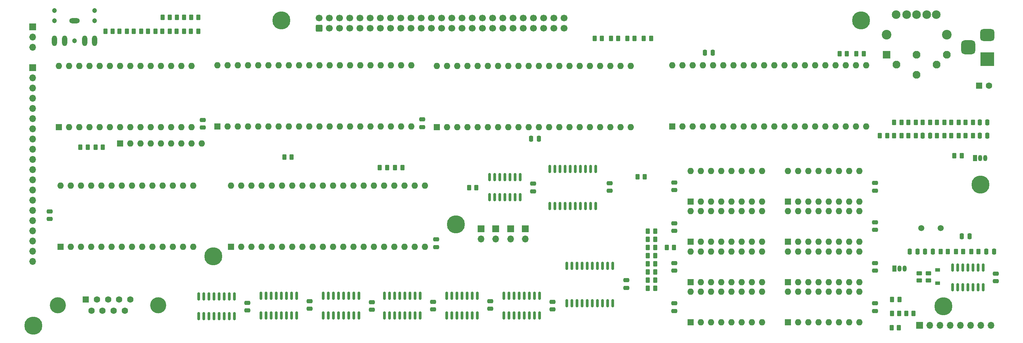
<source format=gbr>
%TF.GenerationSoftware,KiCad,Pcbnew,(6.0.0)*%
%TF.CreationDate,2022-12-03T19:26:30+00:00*%
%TF.ProjectId,CPC464-2MINI,43504334-3634-42d3-924d-494e492e6b69,rev?*%
%TF.SameCoordinates,Original*%
%TF.FileFunction,Soldermask,Top*%
%TF.FilePolarity,Negative*%
%FSLAX46Y46*%
G04 Gerber Fmt 4.6, Leading zero omitted, Abs format (unit mm)*
G04 Created by KiCad (PCBNEW (6.0.0)) date 2022-12-03 19:26:30*
%MOMM*%
%LPD*%
G01*
G04 APERTURE LIST*
G04 Aperture macros list*
%AMRoundRect*
0 Rectangle with rounded corners*
0 $1 Rounding radius*
0 $2 $3 $4 $5 $6 $7 $8 $9 X,Y pos of 4 corners*
0 Add a 4 corners polygon primitive as box body*
4,1,4,$2,$3,$4,$5,$6,$7,$8,$9,$2,$3,0*
0 Add four circle primitives for the rounded corners*
1,1,$1+$1,$2,$3*
1,1,$1+$1,$4,$5*
1,1,$1+$1,$6,$7*
1,1,$1+$1,$8,$9*
0 Add four rect primitives between the rounded corners*
20,1,$1+$1,$2,$3,$4,$5,0*
20,1,$1+$1,$4,$5,$6,$7,0*
20,1,$1+$1,$6,$7,$8,$9,0*
20,1,$1+$1,$8,$9,$2,$3,0*%
G04 Aperture macros list end*
%ADD10RoundRect,0.250000X0.262500X0.450000X-0.262500X0.450000X-0.262500X-0.450000X0.262500X-0.450000X0*%
%ADD11RoundRect,0.250000X-0.262500X-0.450000X0.262500X-0.450000X0.262500X0.450000X-0.262500X0.450000X0*%
%ADD12RoundRect,0.150000X0.150000X-0.825000X0.150000X0.825000X-0.150000X0.825000X-0.150000X-0.825000X0*%
%ADD13RoundRect,0.250000X0.475000X-0.250000X0.475000X0.250000X-0.475000X0.250000X-0.475000X-0.250000X0*%
%ADD14R,1.050000X1.500000*%
%ADD15O,1.050000X1.500000*%
%ADD16R,1.600000X1.600000*%
%ADD17O,1.600000X1.600000*%
%ADD18C,4.500000*%
%ADD19RoundRect,0.250000X-0.450000X0.262500X-0.450000X-0.262500X0.450000X-0.262500X0.450000X0.262500X0*%
%ADD20R,1.700000X1.700000*%
%ADD21O,1.700000X1.700000*%
%ADD22C,4.000000*%
%ADD23C,1.600000*%
%ADD24RoundRect,0.250000X-0.250000X-0.475000X0.250000X-0.475000X0.250000X0.475000X-0.250000X0.475000X0*%
%ADD25C,1.200000*%
%ADD26O,2.616000X1.308000*%
%ADD27O,1.308000X2.616000*%
%ADD28C,2.400000*%
%ADD29R,1.950000X1.950000*%
%ADD30C,1.950000*%
%ADD31C,2.150000*%
%ADD32RoundRect,0.150000X0.150000X-0.875000X0.150000X0.875000X-0.150000X0.875000X-0.150000X-0.875000X0*%
%ADD33C,1.500000*%
%ADD34RoundRect,0.250000X0.600000X-0.600000X0.600000X0.600000X-0.600000X0.600000X-0.600000X-0.600000X0*%
%ADD35C,1.700000*%
%ADD36RoundRect,0.250000X0.250000X0.475000X-0.250000X0.475000X-0.250000X-0.475000X0.250000X-0.475000X0*%
%ADD37RoundRect,0.250000X0.450000X-0.262500X0.450000X0.262500X-0.450000X0.262500X-0.450000X-0.262500X0*%
%ADD38R,1.200000X0.900000*%
%ADD39R,3.500000X3.500000*%
%ADD40RoundRect,0.750000X-1.000000X0.750000X-1.000000X-0.750000X1.000000X-0.750000X1.000000X0.750000X0*%
%ADD41RoundRect,0.875000X-0.875000X0.875000X-0.875000X-0.875000X0.875000X-0.875000X0.875000X0.875000X0*%
%ADD42RoundRect,0.250000X-0.475000X0.250000X-0.475000X-0.250000X0.475000X-0.250000X0.475000X0.250000X0*%
G04 APERTURE END LIST*
D10*
%TO.C,R121*%
X59102000Y-30988000D03*
X57277000Y-30988000D03*
%TD*%
D11*
%TO.C,R133*%
X235815500Y-57150000D03*
X237640500Y-57150000D03*
%TD*%
D12*
%TO.C,IC125*%
X246761000Y-98233000D03*
X248031000Y-98233000D03*
X249301000Y-98233000D03*
X250571000Y-98233000D03*
X251841000Y-98233000D03*
X253111000Y-98233000D03*
X254381000Y-98233000D03*
X254381000Y-93283000D03*
X253111000Y-93283000D03*
X251841000Y-93283000D03*
X250571000Y-93283000D03*
X249301000Y-93283000D03*
X248031000Y-93283000D03*
X246761000Y-93283000D03*
%TD*%
D11*
%TO.C,R104*%
X231728000Y-101219000D03*
X233553000Y-101219000D03*
%TD*%
D13*
%TO.C,C108*%
X227472000Y-83891000D03*
X227472000Y-81991000D03*
%TD*%
D14*
%TO.C,Q101*%
X232283000Y-93578000D03*
D15*
X233553000Y-93578000D03*
X234823000Y-93578000D03*
%TD*%
D13*
%TO.C,C105*%
X177561000Y-73985000D03*
X177561000Y-72085000D03*
%TD*%
D16*
%TO.C,IC118*%
X181625000Y-86858000D03*
D17*
X184165000Y-86858000D03*
X186705000Y-86858000D03*
X189245000Y-86858000D03*
X191785000Y-86858000D03*
X194325000Y-86858000D03*
X196865000Y-86858000D03*
X199405000Y-86858000D03*
X199405000Y-79238000D03*
X196865000Y-79238000D03*
X194325000Y-79238000D03*
X191785000Y-79238000D03*
X189245000Y-79238000D03*
X186705000Y-79238000D03*
X184165000Y-79238000D03*
X181625000Y-79238000D03*
%TD*%
D18*
%TO.C,H4*%
X244500400Y-102920800D03*
%TD*%
D11*
%TO.C,R105*%
X29718000Y-63308000D03*
X31543000Y-63308000D03*
%TD*%
D13*
%TO.C,C110*%
X227472000Y-94051000D03*
X227472000Y-92151000D03*
%TD*%
D12*
%TO.C,IC113*%
X135128000Y-105222000D03*
X136398000Y-105222000D03*
X137668000Y-105222000D03*
X138938000Y-105222000D03*
X140208000Y-105222000D03*
X141478000Y-105222000D03*
X142748000Y-105222000D03*
X144018000Y-105222000D03*
X144018000Y-100272000D03*
X142748000Y-100272000D03*
X141478000Y-100272000D03*
X140208000Y-100272000D03*
X138938000Y-100272000D03*
X137668000Y-100272000D03*
X136398000Y-100272000D03*
X135128000Y-100272000D03*
%TD*%
D19*
%TO.C,R155*%
X238506000Y-94718500D03*
X238506000Y-96543500D03*
%TD*%
D18*
%TO.C,H5*%
X253746000Y-72593200D03*
%TD*%
D13*
%TO.C,C121*%
X131699000Y-103570000D03*
X131699000Y-101670000D03*
%TD*%
D11*
%TO.C,R141*%
X222838000Y-40005000D03*
X224663000Y-40005000D03*
%TD*%
%TO.C,R131*%
X246483500Y-60452000D03*
X248308500Y-60452000D03*
%TD*%
D18*
%TO.C,H2*%
X224028000Y-31750000D03*
%TD*%
D11*
%TO.C,R126*%
X246483500Y-57150000D03*
X248308500Y-57150000D03*
%TD*%
D12*
%TO.C,IC110*%
X120904000Y-105222000D03*
X122174000Y-105222000D03*
X123444000Y-105222000D03*
X124714000Y-105222000D03*
X125984000Y-105222000D03*
X127254000Y-105222000D03*
X128524000Y-105222000D03*
X128524000Y-100272000D03*
X127254000Y-100272000D03*
X125984000Y-100272000D03*
X124714000Y-100272000D03*
X123444000Y-100272000D03*
X122174000Y-100272000D03*
X120904000Y-100272000D03*
%TD*%
D20*
%TO.C,CP001*%
X238571800Y-107696000D03*
D21*
X241111800Y-107696000D03*
X243651800Y-107696000D03*
X246191800Y-107696000D03*
X248731800Y-107696000D03*
X251271800Y-107696000D03*
X253811800Y-107696000D03*
X256351800Y-107696000D03*
%TD*%
D22*
%TO.C,J102*%
X49116800Y-102649300D03*
X24116800Y-102649300D03*
D16*
X31076800Y-101229300D03*
D23*
X33846800Y-101229300D03*
X36616800Y-101229300D03*
X39386800Y-101229300D03*
X42156800Y-101229300D03*
X32461800Y-104069300D03*
X35231800Y-104069300D03*
X38001800Y-104069300D03*
X40771800Y-104069300D03*
%TD*%
D14*
%TO.C,Q102*%
X252349000Y-66019000D03*
D15*
X253619000Y-66019000D03*
X254889000Y-66019000D03*
%TD*%
D24*
%TO.C,C134*%
X253558000Y-57150000D03*
X255458000Y-57150000D03*
%TD*%
D20*
%TO.C,LK1*%
X129413000Y-83628000D03*
D21*
X129413000Y-86168000D03*
%TD*%
D11*
%TO.C,R103*%
X104243500Y-68388000D03*
X106068500Y-68388000D03*
%TD*%
D24*
%TO.C,C131*%
X249113000Y-85471000D03*
X251013000Y-85471000D03*
%TD*%
D11*
%TO.C,R118*%
X50141500Y-34417000D03*
X51966500Y-34417000D03*
%TD*%
D13*
%TO.C,C106*%
X227472000Y-74112000D03*
X227472000Y-72212000D03*
%TD*%
D11*
%TO.C,R120*%
X39473500Y-34417000D03*
X41298500Y-34417000D03*
%TD*%
D16*
%TO.C,IC121*%
X205770000Y-76835000D03*
D17*
X208310000Y-76835000D03*
X210850000Y-76835000D03*
X213390000Y-76835000D03*
X215930000Y-76835000D03*
X218470000Y-76835000D03*
X221010000Y-76835000D03*
X223550000Y-76835000D03*
X223550000Y-69215000D03*
X221010000Y-69215000D03*
X218470000Y-69215000D03*
X215930000Y-69215000D03*
X213390000Y-69215000D03*
X210850000Y-69215000D03*
X208310000Y-69215000D03*
X205770000Y-69215000D03*
%TD*%
D25*
%TO.C,J103*%
X23295600Y-31800800D03*
X33295600Y-31800800D03*
X23295600Y-29300800D03*
X33295600Y-29300800D03*
X28295600Y-36800800D03*
D26*
X28295600Y-31800800D03*
D27*
X23295600Y-36800800D03*
X33295600Y-36800800D03*
X25795600Y-36800800D03*
X30795600Y-36800800D03*
%TD*%
D11*
%TO.C,R150*%
X170942000Y-84201000D03*
X172767000Y-84201000D03*
%TD*%
D13*
%TO.C,C117*%
X147193000Y-103697000D03*
X147193000Y-101797000D03*
%TD*%
D11*
%TO.C,R111*%
X247626500Y-89281000D03*
X249451500Y-89281000D03*
%TD*%
%TO.C,R136*%
X232259500Y-60452000D03*
X234084500Y-60452000D03*
%TD*%
%TO.C,R147*%
X170942000Y-90297000D03*
X172767000Y-90297000D03*
%TD*%
%TO.C,R153*%
X170942000Y-94361000D03*
X172767000Y-94361000D03*
%TD*%
D13*
%TO.C,C127*%
X86741000Y-103570000D03*
X86741000Y-101670000D03*
%TD*%
D16*
%TO.C,IC119*%
X181625000Y-96901000D03*
D17*
X184165000Y-96901000D03*
X186705000Y-96901000D03*
X189245000Y-96901000D03*
X191785000Y-96901000D03*
X194325000Y-96901000D03*
X196865000Y-96901000D03*
X199405000Y-96901000D03*
X199405000Y-89281000D03*
X196865000Y-89281000D03*
X194325000Y-89281000D03*
X191785000Y-89281000D03*
X189245000Y-89281000D03*
X186705000Y-89281000D03*
X184165000Y-89281000D03*
X181625000Y-89281000D03*
%TD*%
D11*
%TO.C,R115*%
X53697500Y-34417000D03*
X55522500Y-34417000D03*
%TD*%
D13*
%TO.C,C116*%
X142367000Y-74291000D03*
X142367000Y-72391000D03*
%TD*%
D11*
%TO.C,R143*%
X243816500Y-89281000D03*
X245641500Y-89281000D03*
%TD*%
%TO.C,R130*%
X235815500Y-60452000D03*
X237640500Y-60452000D03*
%TD*%
D24*
%TO.C,C135*%
X239311000Y-60452000D03*
X241211000Y-60452000D03*
%TD*%
D11*
%TO.C,R122*%
X46585500Y-34417000D03*
X48410500Y-34417000D03*
%TD*%
%TO.C,R137*%
X242927500Y-57150000D03*
X244752500Y-57150000D03*
%TD*%
%TO.C,R128*%
X250039500Y-57150000D03*
X251864500Y-57150000D03*
%TD*%
D24*
%TO.C,C133*%
X253558000Y-60452000D03*
X255458000Y-60452000D03*
%TD*%
D11*
%TO.C,R142*%
X165838500Y-36195000D03*
X167663500Y-36195000D03*
%TD*%
D20*
%TO.C,LK3*%
X136779000Y-83628000D03*
D21*
X136779000Y-86168000D03*
%TD*%
D16*
%TO.C,IC117*%
X181625000Y-76835000D03*
D17*
X184165000Y-76835000D03*
X186705000Y-76835000D03*
X189245000Y-76835000D03*
X191785000Y-76835000D03*
X194325000Y-76835000D03*
X196865000Y-76835000D03*
X199405000Y-76835000D03*
X199405000Y-69215000D03*
X196865000Y-69215000D03*
X194325000Y-69215000D03*
X191785000Y-69215000D03*
X189245000Y-69215000D03*
X186705000Y-69215000D03*
X184165000Y-69215000D03*
X181625000Y-69215000D03*
%TD*%
D20*
%TO.C,J105*%
X17830800Y-33324800D03*
D21*
X17830800Y-35864800D03*
X17830800Y-38404800D03*
%TD*%
D28*
%TO.C,J101*%
X245327500Y-35273200D03*
X230327500Y-35273200D03*
D29*
X230327500Y-40273200D03*
D30*
X232827500Y-42773200D03*
X237827500Y-40273200D03*
X242827500Y-42773200D03*
X245327500Y-40273200D03*
X237827500Y-45273200D03*
D31*
X237827500Y-30320200D03*
X240327500Y-30273200D03*
X235327500Y-30273200D03*
X232747500Y-30320200D03*
X242747500Y-30320200D03*
%TD*%
D16*
%TO.C,IC111*%
X118472500Y-58298000D03*
D17*
X121012500Y-58298000D03*
X123552500Y-58298000D03*
X126092500Y-58298000D03*
X128632500Y-58298000D03*
X131172500Y-58298000D03*
X133712500Y-58298000D03*
X136252500Y-58298000D03*
X138792500Y-58298000D03*
X141332500Y-58298000D03*
X143872500Y-58298000D03*
X146412500Y-58298000D03*
X148952500Y-58298000D03*
X151492500Y-58298000D03*
X154032500Y-58298000D03*
X156572500Y-58298000D03*
X159112500Y-58298000D03*
X161652500Y-58298000D03*
X164192500Y-58298000D03*
X166732500Y-58298000D03*
X166732500Y-43058000D03*
X164192500Y-43058000D03*
X161652500Y-43058000D03*
X159112500Y-43058000D03*
X156572500Y-43058000D03*
X154032500Y-43058000D03*
X151492500Y-43058000D03*
X148952500Y-43058000D03*
X146412500Y-43058000D03*
X143872500Y-43058000D03*
X141332500Y-43058000D03*
X138792500Y-43058000D03*
X136252500Y-43058000D03*
X133712500Y-43058000D03*
X131172500Y-43058000D03*
X128632500Y-43058000D03*
X126092500Y-43058000D03*
X123552500Y-43058000D03*
X121012500Y-43058000D03*
X118472500Y-43058000D03*
%TD*%
D32*
%TO.C,IC115*%
X150749000Y-102186000D03*
X152019000Y-102186000D03*
X153289000Y-102186000D03*
X154559000Y-102186000D03*
X155829000Y-102186000D03*
X157099000Y-102186000D03*
X158369000Y-102186000D03*
X159639000Y-102186000D03*
X160909000Y-102186000D03*
X162179000Y-102186000D03*
X162179000Y-92886000D03*
X160909000Y-92886000D03*
X159639000Y-92886000D03*
X158369000Y-92886000D03*
X157099000Y-92886000D03*
X155829000Y-92886000D03*
X154559000Y-92886000D03*
X153289000Y-92886000D03*
X152019000Y-92886000D03*
X150749000Y-92886000D03*
%TD*%
D33*
%TO.C,X101*%
X238977000Y-83439000D03*
X243857000Y-83439000D03*
%TD*%
D13*
%TO.C,C122*%
X117475000Y-103697000D03*
X117475000Y-101797000D03*
%TD*%
D11*
%TO.C,R119*%
X50165000Y-30988000D03*
X51990000Y-30988000D03*
%TD*%
%TO.C,R135*%
X239371500Y-57150000D03*
X241196500Y-57150000D03*
%TD*%
D34*
%TO.C,PL1*%
X89159000Y-33660000D03*
D35*
X89159000Y-31120000D03*
X91699000Y-33660000D03*
X91699000Y-31120000D03*
X94239000Y-33660000D03*
X94239000Y-31120000D03*
X96779000Y-33660000D03*
X96779000Y-31120000D03*
X99319000Y-33660000D03*
X99319000Y-31120000D03*
X101859000Y-33660000D03*
X101859000Y-31120000D03*
X104399000Y-33660000D03*
X104399000Y-31120000D03*
X106939000Y-33660000D03*
X106939000Y-31120000D03*
X109479000Y-33660000D03*
X109479000Y-31120000D03*
X112019000Y-33660000D03*
X112019000Y-31120000D03*
X114559000Y-33660000D03*
X114559000Y-31120000D03*
X117099000Y-33660000D03*
X117099000Y-31120000D03*
X119639000Y-33660000D03*
X119639000Y-31120000D03*
X122179000Y-33660000D03*
X122179000Y-31120000D03*
X124719000Y-33660000D03*
X124719000Y-31120000D03*
X127259000Y-33660000D03*
X127259000Y-31120000D03*
X129799000Y-33660000D03*
X129799000Y-31120000D03*
X132339000Y-33660000D03*
X132339000Y-31120000D03*
X134879000Y-33660000D03*
X134879000Y-31120000D03*
X137419000Y-33660000D03*
X137419000Y-31120000D03*
X139959000Y-33660000D03*
X139959000Y-31120000D03*
X142499000Y-33660000D03*
X142499000Y-31120000D03*
X145039000Y-33660000D03*
X145039000Y-31120000D03*
X147579000Y-33660000D03*
X147579000Y-31120000D03*
X150119000Y-33660000D03*
X150119000Y-31120000D03*
%TD*%
D36*
%TO.C,C132*%
X257109000Y-89281000D03*
X255209000Y-89281000D03*
%TD*%
D18*
%TO.C,H3*%
X18034000Y-107797600D03*
%TD*%
D11*
%TO.C,R146*%
X170942000Y-88265000D03*
X172767000Y-88265000D03*
%TD*%
%TO.C,R108*%
X108053500Y-68388000D03*
X109878500Y-68388000D03*
%TD*%
%TO.C,R112*%
X33504500Y-63308000D03*
X35329500Y-63308000D03*
%TD*%
D13*
%TO.C,C125*%
X22098000Y-81214000D03*
X22098000Y-79314000D03*
%TD*%
D12*
%TO.C,IC101*%
X59182000Y-105410000D03*
X60452000Y-105410000D03*
X61722000Y-105410000D03*
X62992000Y-105410000D03*
X64262000Y-105410000D03*
X65532000Y-105410000D03*
X66802000Y-105410000D03*
X68072000Y-105410000D03*
X68072000Y-100460000D03*
X66802000Y-100460000D03*
X65532000Y-100460000D03*
X64262000Y-100460000D03*
X62992000Y-100460000D03*
X61722000Y-100460000D03*
X60452000Y-100460000D03*
X59182000Y-100460000D03*
%TD*%
D11*
%TO.C,R149*%
X170942000Y-98425000D03*
X172767000Y-98425000D03*
%TD*%
D20*
%TO.C,CP002*%
X17830800Y-43484800D03*
D21*
X17830800Y-46024800D03*
X17830800Y-48564800D03*
X17830800Y-51104800D03*
X17830800Y-53644800D03*
X17830800Y-56184800D03*
X17830800Y-58724800D03*
X17830800Y-61264800D03*
X17830800Y-63804800D03*
X17830800Y-66344800D03*
X17830800Y-68884800D03*
X17830800Y-71424800D03*
X17830800Y-73964800D03*
X17830800Y-76504800D03*
X17830800Y-79044800D03*
X17830800Y-81584800D03*
X17830800Y-84124800D03*
X17830800Y-86664800D03*
X17830800Y-89204800D03*
X17830800Y-91744800D03*
%TD*%
D11*
%TO.C,R123*%
X35941000Y-34417000D03*
X37766000Y-34417000D03*
%TD*%
D16*
%TO.C,NR001*%
X39600500Y-62419000D03*
D17*
X42140500Y-62419000D03*
X44680500Y-62419000D03*
X47220500Y-62419000D03*
X49760500Y-62419000D03*
X52300500Y-62419000D03*
X54840500Y-62419000D03*
X57380500Y-62419000D03*
X59920500Y-62419000D03*
%TD*%
D16*
%TO.C,IC116*%
X177043000Y-58171000D03*
D17*
X179583000Y-58171000D03*
X182123000Y-58171000D03*
X184663000Y-58171000D03*
X187203000Y-58171000D03*
X189743000Y-58171000D03*
X192283000Y-58171000D03*
X194823000Y-58171000D03*
X197363000Y-58171000D03*
X199903000Y-58171000D03*
X202443000Y-58171000D03*
X204983000Y-58171000D03*
X207523000Y-58171000D03*
X210063000Y-58171000D03*
X212603000Y-58171000D03*
X215143000Y-58171000D03*
X217683000Y-58171000D03*
X220223000Y-58171000D03*
X222763000Y-58171000D03*
X225303000Y-58171000D03*
X225303000Y-42931000D03*
X222763000Y-42931000D03*
X220223000Y-42931000D03*
X217683000Y-42931000D03*
X215143000Y-42931000D03*
X212603000Y-42931000D03*
X210063000Y-42931000D03*
X207523000Y-42931000D03*
X204983000Y-42931000D03*
X202443000Y-42931000D03*
X199903000Y-42931000D03*
X197363000Y-42931000D03*
X194823000Y-42931000D03*
X192283000Y-42931000D03*
X189743000Y-42931000D03*
X187203000Y-42931000D03*
X184663000Y-42931000D03*
X182123000Y-42931000D03*
X179583000Y-42931000D03*
X177043000Y-42931000D03*
%TD*%
D11*
%TO.C,R106*%
X231698800Y-104749600D03*
X233523800Y-104749600D03*
%TD*%
%TO.C,R134*%
X228703500Y-60452000D03*
X230528500Y-60452000D03*
%TD*%
D13*
%TO.C,C123*%
X102235000Y-103824000D03*
X102235000Y-101924000D03*
%TD*%
D18*
%TO.C,H6*%
X62788800Y-90474800D03*
%TD*%
D12*
%TO.C,IC104*%
X74676000Y-105222000D03*
X75946000Y-105222000D03*
X77216000Y-105222000D03*
X78486000Y-105222000D03*
X79756000Y-105222000D03*
X81026000Y-105222000D03*
X82296000Y-105222000D03*
X83566000Y-105222000D03*
X83566000Y-100272000D03*
X82296000Y-100272000D03*
X81026000Y-100272000D03*
X79756000Y-100272000D03*
X78486000Y-100272000D03*
X77216000Y-100272000D03*
X75946000Y-100272000D03*
X74676000Y-100272000D03*
%TD*%
D13*
%TO.C,C112*%
X227472000Y-104084000D03*
X227472000Y-102184000D03*
%TD*%
D11*
%TO.C,R145*%
X251436500Y-89281000D03*
X253261500Y-89281000D03*
%TD*%
%TO.C,R109*%
X157710500Y-36195000D03*
X159535500Y-36195000D03*
%TD*%
D13*
%TO.C,C114*%
X161417000Y-74164000D03*
X161417000Y-72264000D03*
%TD*%
D16*
%TO.C,IC122*%
X205770000Y-86858000D03*
D17*
X208310000Y-86858000D03*
X210850000Y-86858000D03*
X213390000Y-86858000D03*
X215930000Y-86858000D03*
X218470000Y-86858000D03*
X221010000Y-86858000D03*
X223550000Y-86858000D03*
X223550000Y-79238000D03*
X221010000Y-79238000D03*
X218470000Y-79238000D03*
X215930000Y-79238000D03*
X213390000Y-79238000D03*
X210850000Y-79238000D03*
X208310000Y-79238000D03*
X205770000Y-79238000D03*
%TD*%
D16*
%TO.C,IC120*%
X181625000Y-106924000D03*
D17*
X184165000Y-106924000D03*
X186705000Y-106924000D03*
X189245000Y-106924000D03*
X191785000Y-106924000D03*
X194325000Y-106924000D03*
X196865000Y-106924000D03*
X199405000Y-106924000D03*
X199405000Y-99304000D03*
X196865000Y-99304000D03*
X194325000Y-99304000D03*
X191785000Y-99304000D03*
X189245000Y-99304000D03*
X186705000Y-99304000D03*
X184165000Y-99304000D03*
X181625000Y-99304000D03*
%TD*%
D13*
%TO.C,C120*%
X118237000Y-88200000D03*
X118237000Y-86300000D03*
%TD*%
D11*
%TO.C,R132*%
X250039500Y-60452000D03*
X251864500Y-60452000D03*
%TD*%
D13*
%TO.C,C115*%
X165608000Y-98359000D03*
X165608000Y-96459000D03*
%TD*%
D37*
%TO.C,R101*%
X240792000Y-96543500D03*
X240792000Y-94718500D03*
%TD*%
D24*
%TO.C,C102*%
X236159000Y-89281000D03*
X238059000Y-89281000D03*
%TD*%
D11*
%TO.C,R124*%
X126468500Y-73403000D03*
X128293500Y-73403000D03*
%TD*%
D24*
%TO.C,C130*%
X239969000Y-89281000D03*
X241869000Y-89281000D03*
%TD*%
D12*
%TO.C,IC105*%
X90170000Y-105222000D03*
X91440000Y-105222000D03*
X92710000Y-105222000D03*
X93980000Y-105222000D03*
X95250000Y-105222000D03*
X96520000Y-105222000D03*
X97790000Y-105222000D03*
X99060000Y-105222000D03*
X99060000Y-100272000D03*
X97790000Y-100272000D03*
X96520000Y-100272000D03*
X95250000Y-100272000D03*
X93980000Y-100272000D03*
X92710000Y-100272000D03*
X91440000Y-100272000D03*
X90170000Y-100272000D03*
%TD*%
D11*
%TO.C,R127*%
X247245500Y-65405000D03*
X249070500Y-65405000D03*
%TD*%
%TO.C,R102*%
X169926000Y-36195000D03*
X171751000Y-36195000D03*
%TD*%
%TO.C,R152*%
X170942000Y-92329000D03*
X172767000Y-92329000D03*
%TD*%
D16*
%TO.C,C101*%
X253363200Y-47973200D03*
D23*
X255863200Y-47973200D03*
%TD*%
D11*
%TO.C,R129*%
X232259500Y-57150000D03*
X234084500Y-57150000D03*
%TD*%
D12*
%TO.C,IC109*%
X105410000Y-105222000D03*
X106680000Y-105222000D03*
X107950000Y-105222000D03*
X109220000Y-105222000D03*
X110490000Y-105222000D03*
X111760000Y-105222000D03*
X113030000Y-105222000D03*
X114300000Y-105222000D03*
X114300000Y-100272000D03*
X113030000Y-100272000D03*
X111760000Y-100272000D03*
X110490000Y-100272000D03*
X109220000Y-100272000D03*
X107950000Y-100272000D03*
X106680000Y-100272000D03*
X105410000Y-100272000D03*
%TD*%
D32*
%TO.C,IC114*%
X146558000Y-77991000D03*
X147828000Y-77991000D03*
X149098000Y-77991000D03*
X150368000Y-77991000D03*
X151638000Y-77991000D03*
X152908000Y-77991000D03*
X154178000Y-77991000D03*
X155448000Y-77991000D03*
X156718000Y-77991000D03*
X157988000Y-77991000D03*
X157988000Y-68691000D03*
X156718000Y-68691000D03*
X155448000Y-68691000D03*
X154178000Y-68691000D03*
X152908000Y-68691000D03*
X151638000Y-68691000D03*
X150368000Y-68691000D03*
X149098000Y-68691000D03*
X147828000Y-68691000D03*
X146558000Y-68691000D03*
%TD*%
D13*
%TO.C,C124*%
X60174500Y-58416000D03*
X60174500Y-56516000D03*
%TD*%
D20*
%TO.C,LK2*%
X133096000Y-83633000D03*
D21*
X133096000Y-86173000D03*
%TD*%
D11*
%TO.C,R148*%
X170942000Y-96393000D03*
X172767000Y-96393000D03*
%TD*%
D10*
%TO.C,R144*%
X170203500Y-70674000D03*
X168378500Y-70674000D03*
%TD*%
D24*
%TO.C,C104*%
X185171000Y-39813000D03*
X187071000Y-39813000D03*
%TD*%
D13*
%TO.C,C107*%
X177561000Y-84145000D03*
X177561000Y-82245000D03*
%TD*%
D18*
%TO.C,H1*%
X79756000Y-31750000D03*
%TD*%
D38*
%TO.C,D101*%
X243078000Y-97154000D03*
X243078000Y-93854000D03*
%TD*%
D11*
%TO.C,R157*%
X175656000Y-88275000D03*
X177481000Y-88275000D03*
%TD*%
D16*
%TO.C,IC123*%
X205770000Y-96901000D03*
D17*
X208310000Y-96901000D03*
X210850000Y-96901000D03*
X213390000Y-96901000D03*
X215930000Y-96901000D03*
X218470000Y-96901000D03*
X221010000Y-96901000D03*
X223550000Y-96901000D03*
X223550000Y-89281000D03*
X221010000Y-89281000D03*
X218470000Y-89281000D03*
X215930000Y-89281000D03*
X213390000Y-89281000D03*
X210850000Y-89281000D03*
X208310000Y-89281000D03*
X205770000Y-89281000D03*
%TD*%
D16*
%TO.C,IC102*%
X24370500Y-58298000D03*
D17*
X26910500Y-58298000D03*
X29450500Y-58298000D03*
X31990500Y-58298000D03*
X34530500Y-58298000D03*
X37070500Y-58298000D03*
X39610500Y-58298000D03*
X42150500Y-58298000D03*
X44690500Y-58298000D03*
X47230500Y-58298000D03*
X49770500Y-58298000D03*
X52310500Y-58298000D03*
X54850500Y-58298000D03*
X57390500Y-58298000D03*
X57390500Y-43058000D03*
X54850500Y-43058000D03*
X52310500Y-43058000D03*
X49770500Y-43058000D03*
X47230500Y-43058000D03*
X44690500Y-43058000D03*
X42150500Y-43058000D03*
X39610500Y-43058000D03*
X37070500Y-43058000D03*
X34530500Y-43058000D03*
X31990500Y-43058000D03*
X29450500Y-43058000D03*
X26910500Y-43058000D03*
X24370500Y-43058000D03*
%TD*%
D36*
%TO.C,C118*%
X143825000Y-61214000D03*
X141925000Y-61214000D03*
%TD*%
D16*
%TO.C,IC103*%
X24775000Y-88143000D03*
D17*
X27315000Y-88143000D03*
X29855000Y-88143000D03*
X32395000Y-88143000D03*
X34935000Y-88143000D03*
X37475000Y-88143000D03*
X40015000Y-88143000D03*
X42555000Y-88143000D03*
X45095000Y-88143000D03*
X47635000Y-88143000D03*
X50175000Y-88143000D03*
X52715000Y-88143000D03*
X55255000Y-88143000D03*
X57795000Y-88143000D03*
X57795000Y-72903000D03*
X55255000Y-72903000D03*
X52715000Y-72903000D03*
X50175000Y-72903000D03*
X47635000Y-72903000D03*
X45095000Y-72903000D03*
X42555000Y-72903000D03*
X40015000Y-72903000D03*
X37475000Y-72903000D03*
X34935000Y-72903000D03*
X32395000Y-72903000D03*
X29855000Y-72903000D03*
X27315000Y-72903000D03*
X24775000Y-72903000D03*
%TD*%
D11*
%TO.C,R117*%
X53721000Y-30988000D03*
X55546000Y-30988000D03*
%TD*%
D10*
%TO.C,R107*%
X233424100Y-108254800D03*
X231599100Y-108254800D03*
%TD*%
D11*
%TO.C,R125*%
X242927500Y-60452000D03*
X244752500Y-60452000D03*
%TD*%
%TO.C,R116*%
X43029500Y-34417000D03*
X44854500Y-34417000D03*
%TD*%
D12*
%TO.C,IC112*%
X131572000Y-75751000D03*
X132842000Y-75751000D03*
X134112000Y-75751000D03*
X135382000Y-75751000D03*
X136652000Y-75751000D03*
X137922000Y-75751000D03*
X139192000Y-75751000D03*
X139192000Y-70801000D03*
X137922000Y-70801000D03*
X136652000Y-70801000D03*
X135382000Y-70801000D03*
X134112000Y-70801000D03*
X132842000Y-70801000D03*
X131572000Y-70801000D03*
%TD*%
D20*
%TO.C,LK4*%
X140462000Y-83633000D03*
D21*
X140462000Y-86173000D03*
%TD*%
D18*
%TO.C,H7*%
X123190000Y-82550000D03*
%TD*%
D11*
%TO.C,R156*%
X80494500Y-65786000D03*
X82319500Y-65786000D03*
%TD*%
D16*
%TO.C,IC107*%
X63862500Y-58171000D03*
D17*
X66402500Y-58171000D03*
X68942500Y-58171000D03*
X71482500Y-58171000D03*
X74022500Y-58171000D03*
X76562500Y-58171000D03*
X79102500Y-58171000D03*
X81642500Y-58171000D03*
X84182500Y-58171000D03*
X86722500Y-58171000D03*
X89262500Y-58171000D03*
X91802500Y-58171000D03*
X94342500Y-58171000D03*
X96882500Y-58171000D03*
X99422500Y-58171000D03*
X101962500Y-58171000D03*
X104502500Y-58171000D03*
X107042500Y-58171000D03*
X109582500Y-58171000D03*
X112122500Y-58171000D03*
X112122500Y-42931000D03*
X109582500Y-42931000D03*
X107042500Y-42931000D03*
X104502500Y-42931000D03*
X101962500Y-42931000D03*
X99422500Y-42931000D03*
X96882500Y-42931000D03*
X94342500Y-42931000D03*
X91802500Y-42931000D03*
X89262500Y-42931000D03*
X86722500Y-42931000D03*
X84182500Y-42931000D03*
X81642500Y-42931000D03*
X79102500Y-42931000D03*
X76562500Y-42931000D03*
X74022500Y-42931000D03*
X71482500Y-42931000D03*
X68942500Y-42931000D03*
X66402500Y-42931000D03*
X63862500Y-42931000D03*
%TD*%
D13*
%TO.C,C119*%
X114784500Y-58289000D03*
X114784500Y-56389000D03*
%TD*%
D10*
%TO.C,R114*%
X59078500Y-34417000D03*
X57253500Y-34417000D03*
%TD*%
D16*
%TO.C,IC108*%
X67188000Y-88143000D03*
D17*
X69728000Y-88143000D03*
X72268000Y-88143000D03*
X74808000Y-88143000D03*
X77348000Y-88143000D03*
X79888000Y-88143000D03*
X82428000Y-88143000D03*
X84968000Y-88143000D03*
X87508000Y-88143000D03*
X90048000Y-88143000D03*
X92588000Y-88143000D03*
X95128000Y-88143000D03*
X97668000Y-88143000D03*
X100208000Y-88143000D03*
X102748000Y-88143000D03*
X105288000Y-88143000D03*
X107828000Y-88143000D03*
X110368000Y-88143000D03*
X112908000Y-88143000D03*
X115448000Y-88143000D03*
X115448000Y-72903000D03*
X112908000Y-72903000D03*
X110368000Y-72903000D03*
X107828000Y-72903000D03*
X105288000Y-72903000D03*
X102748000Y-72903000D03*
X100208000Y-72903000D03*
X97668000Y-72903000D03*
X95128000Y-72903000D03*
X92588000Y-72903000D03*
X90048000Y-72903000D03*
X87508000Y-72903000D03*
X84968000Y-72903000D03*
X82428000Y-72903000D03*
X79888000Y-72903000D03*
X77348000Y-72903000D03*
X74808000Y-72903000D03*
X72268000Y-72903000D03*
X69728000Y-72903000D03*
X67188000Y-72903000D03*
%TD*%
D16*
%TO.C,IC124*%
X205770000Y-106924000D03*
D17*
X208310000Y-106924000D03*
X210850000Y-106924000D03*
X213390000Y-106924000D03*
X215930000Y-106924000D03*
X218470000Y-106924000D03*
X221010000Y-106924000D03*
X223550000Y-106924000D03*
X223550000Y-99304000D03*
X221010000Y-99304000D03*
X218470000Y-99304000D03*
X215930000Y-99304000D03*
X213390000Y-99304000D03*
X210850000Y-99304000D03*
X208310000Y-99304000D03*
X205770000Y-99304000D03*
%TD*%
D11*
%TO.C,R110*%
X161774500Y-36195000D03*
X163599500Y-36195000D03*
%TD*%
D39*
%TO.C,J104*%
X255398800Y-41400200D03*
D40*
X255398800Y-35400200D03*
D41*
X250698800Y-38400200D03*
%TD*%
D11*
%TO.C,R113*%
X235254800Y-104749600D03*
X237079800Y-104749600D03*
%TD*%
D42*
%TO.C,C129*%
X257556000Y-94787000D03*
X257556000Y-96687000D03*
%TD*%
D13*
%TO.C,C128*%
X71247000Y-103951000D03*
X71247000Y-102051000D03*
%TD*%
D11*
%TO.C,R151*%
X170942000Y-86233000D03*
X172767000Y-86233000D03*
%TD*%
D13*
%TO.C,C109*%
X177561000Y-94051000D03*
X177561000Y-92151000D03*
%TD*%
D11*
%TO.C,R140*%
X218647000Y-40005000D03*
X220472000Y-40005000D03*
%TD*%
D13*
%TO.C,C111*%
X177561000Y-104084000D03*
X177561000Y-102184000D03*
%TD*%
M02*

</source>
